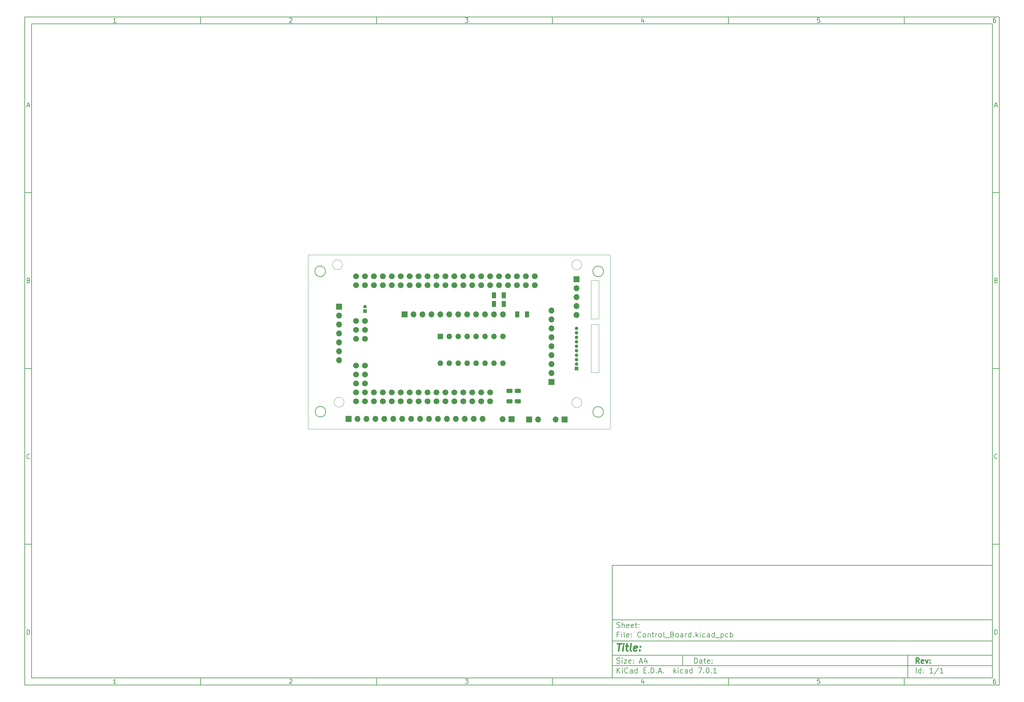
<source format=gbr>
%TF.GenerationSoftware,KiCad,Pcbnew,7.0.1*%
%TF.CreationDate,2023-11-03T16:51:15+00:00*%
%TF.ProjectId,Control_Board,436f6e74-726f-46c5-9f42-6f6172642e6b,rev?*%
%TF.SameCoordinates,Original*%
%TF.FileFunction,Soldermask,Bot*%
%TF.FilePolarity,Negative*%
%FSLAX45Y45*%
G04 Gerber Fmt 4.5, Leading zero omitted, Abs format (unit mm)*
G04 Created by KiCad (PCBNEW 7.0.1) date 2023-11-03 16:51:15*
%MOMM*%
%LPD*%
G01*
G04 APERTURE LIST*
G04 Aperture macros list*
%AMRoundRect*
0 Rectangle with rounded corners*
0 $1 Rounding radius*
0 $2 $3 $4 $5 $6 $7 $8 $9 X,Y pos of 4 corners*
0 Add a 4 corners polygon primitive as box body*
4,1,4,$2,$3,$4,$5,$6,$7,$8,$9,$2,$3,0*
0 Add four circle primitives for the rounded corners*
1,1,$1+$1,$2,$3*
1,1,$1+$1,$4,$5*
1,1,$1+$1,$6,$7*
1,1,$1+$1,$8,$9*
0 Add four rect primitives between the rounded corners*
20,1,$1+$1,$2,$3,$4,$5,0*
20,1,$1+$1,$4,$5,$6,$7,0*
20,1,$1+$1,$6,$7,$8,$9,0*
20,1,$1+$1,$8,$9,$2,$3,0*%
G04 Aperture macros list end*
%ADD10C,0.100000*%
%ADD11C,0.150000*%
%ADD12C,0.300000*%
%ADD13C,0.400000*%
%ADD14R,1.700000X1.700000*%
%ADD15O,1.700000X1.700000*%
%ADD16R,1.000000X1.000000*%
%ADD17O,1.000000X1.000000*%
%ADD18C,1.676400*%
%ADD19R,1.600000X1.600000*%
%ADD20O,1.600000X1.600000*%
%ADD21RoundRect,0.250000X-0.625000X0.312500X-0.625000X-0.312500X0.625000X-0.312500X0.625000X0.312500X0*%
%ADD22RoundRect,0.250000X-0.375000X-0.625000X0.375000X-0.625000X0.375000X0.625000X-0.375000X0.625000X0*%
%ADD23RoundRect,0.250000X0.625000X-0.312500X0.625000X0.312500X-0.625000X0.312500X-0.625000X-0.312500X0*%
%TA.AperFunction,Profile*%
%ADD24C,0.200000*%
%TD*%
%TA.AperFunction,Profile*%
%ADD25C,0.100000*%
%TD*%
G04 APERTURE END LIST*
D10*
D11*
X17700220Y-16600720D02*
X28500220Y-16600720D01*
X28500220Y-19800720D01*
X17700220Y-19800720D01*
X17700220Y-16600720D01*
D10*
D11*
X1000000Y-1000000D02*
X28700220Y-1000000D01*
X28700220Y-20000720D01*
X1000000Y-20000720D01*
X1000000Y-1000000D01*
D10*
D11*
X1200000Y-1200000D02*
X28500220Y-1200000D01*
X28500220Y-19800720D01*
X1200000Y-19800720D01*
X1200000Y-1200000D01*
D10*
D11*
X6000000Y-1200000D02*
X6000000Y-1000000D01*
D10*
D11*
X11000000Y-1200000D02*
X11000000Y-1000000D01*
D10*
D11*
X16000000Y-1200000D02*
X16000000Y-1000000D01*
D10*
D11*
X21000000Y-1200000D02*
X21000000Y-1000000D01*
D10*
D11*
X26000000Y-1200000D02*
X26000000Y-1000000D01*
D10*
D11*
X3599048Y-1160140D02*
X3524762Y-1160140D01*
X3561905Y-1160140D02*
X3561905Y-1030140D01*
X3561905Y-1030140D02*
X3549524Y-1048712D01*
X3549524Y-1048712D02*
X3537143Y-1061093D01*
X3537143Y-1061093D02*
X3524762Y-1067283D01*
D10*
D11*
X8524762Y-1042521D02*
X8530952Y-1036331D01*
X8530952Y-1036331D02*
X8543333Y-1030140D01*
X8543333Y-1030140D02*
X8574286Y-1030140D01*
X8574286Y-1030140D02*
X8586667Y-1036331D01*
X8586667Y-1036331D02*
X8592857Y-1042521D01*
X8592857Y-1042521D02*
X8599048Y-1054902D01*
X8599048Y-1054902D02*
X8599048Y-1067283D01*
X8599048Y-1067283D02*
X8592857Y-1085855D01*
X8592857Y-1085855D02*
X8518571Y-1160140D01*
X8518571Y-1160140D02*
X8599048Y-1160140D01*
D10*
D11*
X13518571Y-1030140D02*
X13599048Y-1030140D01*
X13599048Y-1030140D02*
X13555714Y-1079664D01*
X13555714Y-1079664D02*
X13574286Y-1079664D01*
X13574286Y-1079664D02*
X13586667Y-1085855D01*
X13586667Y-1085855D02*
X13592857Y-1092045D01*
X13592857Y-1092045D02*
X13599048Y-1104426D01*
X13599048Y-1104426D02*
X13599048Y-1135379D01*
X13599048Y-1135379D02*
X13592857Y-1147760D01*
X13592857Y-1147760D02*
X13586667Y-1153950D01*
X13586667Y-1153950D02*
X13574286Y-1160140D01*
X13574286Y-1160140D02*
X13537143Y-1160140D01*
X13537143Y-1160140D02*
X13524762Y-1153950D01*
X13524762Y-1153950D02*
X13518571Y-1147760D01*
D10*
D11*
X18586667Y-1073474D02*
X18586667Y-1160140D01*
X18555714Y-1023950D02*
X18524762Y-1116807D01*
X18524762Y-1116807D02*
X18605238Y-1116807D01*
D10*
D11*
X23592857Y-1030140D02*
X23530952Y-1030140D01*
X23530952Y-1030140D02*
X23524762Y-1092045D01*
X23524762Y-1092045D02*
X23530952Y-1085855D01*
X23530952Y-1085855D02*
X23543333Y-1079664D01*
X23543333Y-1079664D02*
X23574286Y-1079664D01*
X23574286Y-1079664D02*
X23586667Y-1085855D01*
X23586667Y-1085855D02*
X23592857Y-1092045D01*
X23592857Y-1092045D02*
X23599048Y-1104426D01*
X23599048Y-1104426D02*
X23599048Y-1135379D01*
X23599048Y-1135379D02*
X23592857Y-1147760D01*
X23592857Y-1147760D02*
X23586667Y-1153950D01*
X23586667Y-1153950D02*
X23574286Y-1160140D01*
X23574286Y-1160140D02*
X23543333Y-1160140D01*
X23543333Y-1160140D02*
X23530952Y-1153950D01*
X23530952Y-1153950D02*
X23524762Y-1147760D01*
D10*
D11*
X28586667Y-1030140D02*
X28561905Y-1030140D01*
X28561905Y-1030140D02*
X28549524Y-1036331D01*
X28549524Y-1036331D02*
X28543333Y-1042521D01*
X28543333Y-1042521D02*
X28530952Y-1061093D01*
X28530952Y-1061093D02*
X28524762Y-1085855D01*
X28524762Y-1085855D02*
X28524762Y-1135379D01*
X28524762Y-1135379D02*
X28530952Y-1147760D01*
X28530952Y-1147760D02*
X28537143Y-1153950D01*
X28537143Y-1153950D02*
X28549524Y-1160140D01*
X28549524Y-1160140D02*
X28574286Y-1160140D01*
X28574286Y-1160140D02*
X28586667Y-1153950D01*
X28586667Y-1153950D02*
X28592857Y-1147760D01*
X28592857Y-1147760D02*
X28599048Y-1135379D01*
X28599048Y-1135379D02*
X28599048Y-1104426D01*
X28599048Y-1104426D02*
X28592857Y-1092045D01*
X28592857Y-1092045D02*
X28586667Y-1085855D01*
X28586667Y-1085855D02*
X28574286Y-1079664D01*
X28574286Y-1079664D02*
X28549524Y-1079664D01*
X28549524Y-1079664D02*
X28537143Y-1085855D01*
X28537143Y-1085855D02*
X28530952Y-1092045D01*
X28530952Y-1092045D02*
X28524762Y-1104426D01*
D10*
D11*
X6000000Y-19800720D02*
X6000000Y-20000720D01*
D10*
D11*
X11000000Y-19800720D02*
X11000000Y-20000720D01*
D10*
D11*
X16000000Y-19800720D02*
X16000000Y-20000720D01*
D10*
D11*
X21000000Y-19800720D02*
X21000000Y-20000720D01*
D10*
D11*
X26000000Y-19800720D02*
X26000000Y-20000720D01*
D10*
D11*
X3599048Y-19960860D02*
X3524762Y-19960860D01*
X3561905Y-19960860D02*
X3561905Y-19830860D01*
X3561905Y-19830860D02*
X3549524Y-19849432D01*
X3549524Y-19849432D02*
X3537143Y-19861813D01*
X3537143Y-19861813D02*
X3524762Y-19868003D01*
D10*
D11*
X8524762Y-19843241D02*
X8530952Y-19837051D01*
X8530952Y-19837051D02*
X8543333Y-19830860D01*
X8543333Y-19830860D02*
X8574286Y-19830860D01*
X8574286Y-19830860D02*
X8586667Y-19837051D01*
X8586667Y-19837051D02*
X8592857Y-19843241D01*
X8592857Y-19843241D02*
X8599048Y-19855622D01*
X8599048Y-19855622D02*
X8599048Y-19868003D01*
X8599048Y-19868003D02*
X8592857Y-19886575D01*
X8592857Y-19886575D02*
X8518571Y-19960860D01*
X8518571Y-19960860D02*
X8599048Y-19960860D01*
D10*
D11*
X13518571Y-19830860D02*
X13599048Y-19830860D01*
X13599048Y-19830860D02*
X13555714Y-19880384D01*
X13555714Y-19880384D02*
X13574286Y-19880384D01*
X13574286Y-19880384D02*
X13586667Y-19886575D01*
X13586667Y-19886575D02*
X13592857Y-19892765D01*
X13592857Y-19892765D02*
X13599048Y-19905146D01*
X13599048Y-19905146D02*
X13599048Y-19936099D01*
X13599048Y-19936099D02*
X13592857Y-19948480D01*
X13592857Y-19948480D02*
X13586667Y-19954670D01*
X13586667Y-19954670D02*
X13574286Y-19960860D01*
X13574286Y-19960860D02*
X13537143Y-19960860D01*
X13537143Y-19960860D02*
X13524762Y-19954670D01*
X13524762Y-19954670D02*
X13518571Y-19948480D01*
D10*
D11*
X18586667Y-19874194D02*
X18586667Y-19960860D01*
X18555714Y-19824670D02*
X18524762Y-19917527D01*
X18524762Y-19917527D02*
X18605238Y-19917527D01*
D10*
D11*
X23592857Y-19830860D02*
X23530952Y-19830860D01*
X23530952Y-19830860D02*
X23524762Y-19892765D01*
X23524762Y-19892765D02*
X23530952Y-19886575D01*
X23530952Y-19886575D02*
X23543333Y-19880384D01*
X23543333Y-19880384D02*
X23574286Y-19880384D01*
X23574286Y-19880384D02*
X23586667Y-19886575D01*
X23586667Y-19886575D02*
X23592857Y-19892765D01*
X23592857Y-19892765D02*
X23599048Y-19905146D01*
X23599048Y-19905146D02*
X23599048Y-19936099D01*
X23599048Y-19936099D02*
X23592857Y-19948480D01*
X23592857Y-19948480D02*
X23586667Y-19954670D01*
X23586667Y-19954670D02*
X23574286Y-19960860D01*
X23574286Y-19960860D02*
X23543333Y-19960860D01*
X23543333Y-19960860D02*
X23530952Y-19954670D01*
X23530952Y-19954670D02*
X23524762Y-19948480D01*
D10*
D11*
X28586667Y-19830860D02*
X28561905Y-19830860D01*
X28561905Y-19830860D02*
X28549524Y-19837051D01*
X28549524Y-19837051D02*
X28543333Y-19843241D01*
X28543333Y-19843241D02*
X28530952Y-19861813D01*
X28530952Y-19861813D02*
X28524762Y-19886575D01*
X28524762Y-19886575D02*
X28524762Y-19936099D01*
X28524762Y-19936099D02*
X28530952Y-19948480D01*
X28530952Y-19948480D02*
X28537143Y-19954670D01*
X28537143Y-19954670D02*
X28549524Y-19960860D01*
X28549524Y-19960860D02*
X28574286Y-19960860D01*
X28574286Y-19960860D02*
X28586667Y-19954670D01*
X28586667Y-19954670D02*
X28592857Y-19948480D01*
X28592857Y-19948480D02*
X28599048Y-19936099D01*
X28599048Y-19936099D02*
X28599048Y-19905146D01*
X28599048Y-19905146D02*
X28592857Y-19892765D01*
X28592857Y-19892765D02*
X28586667Y-19886575D01*
X28586667Y-19886575D02*
X28574286Y-19880384D01*
X28574286Y-19880384D02*
X28549524Y-19880384D01*
X28549524Y-19880384D02*
X28537143Y-19886575D01*
X28537143Y-19886575D02*
X28530952Y-19892765D01*
X28530952Y-19892765D02*
X28524762Y-19905146D01*
D10*
D11*
X1000000Y-6000000D02*
X1200000Y-6000000D01*
D10*
D11*
X1000000Y-11000000D02*
X1200000Y-11000000D01*
D10*
D11*
X1000000Y-16000000D02*
X1200000Y-16000000D01*
D10*
D11*
X1069048Y-3522998D02*
X1130952Y-3522998D01*
X1056667Y-3560140D02*
X1100000Y-3430140D01*
X1100000Y-3430140D02*
X1143333Y-3560140D01*
D10*
D11*
X1109286Y-8492045D02*
X1127857Y-8498236D01*
X1127857Y-8498236D02*
X1134048Y-8504426D01*
X1134048Y-8504426D02*
X1140238Y-8516807D01*
X1140238Y-8516807D02*
X1140238Y-8535379D01*
X1140238Y-8535379D02*
X1134048Y-8547760D01*
X1134048Y-8547760D02*
X1127857Y-8553950D01*
X1127857Y-8553950D02*
X1115476Y-8560140D01*
X1115476Y-8560140D02*
X1065952Y-8560140D01*
X1065952Y-8560140D02*
X1065952Y-8430140D01*
X1065952Y-8430140D02*
X1109286Y-8430140D01*
X1109286Y-8430140D02*
X1121667Y-8436331D01*
X1121667Y-8436331D02*
X1127857Y-8442521D01*
X1127857Y-8442521D02*
X1134048Y-8454902D01*
X1134048Y-8454902D02*
X1134048Y-8467283D01*
X1134048Y-8467283D02*
X1127857Y-8479664D01*
X1127857Y-8479664D02*
X1121667Y-8485855D01*
X1121667Y-8485855D02*
X1109286Y-8492045D01*
X1109286Y-8492045D02*
X1065952Y-8492045D01*
D10*
D11*
X1140238Y-13547759D02*
X1134048Y-13553950D01*
X1134048Y-13553950D02*
X1115476Y-13560140D01*
X1115476Y-13560140D02*
X1103095Y-13560140D01*
X1103095Y-13560140D02*
X1084524Y-13553950D01*
X1084524Y-13553950D02*
X1072143Y-13541569D01*
X1072143Y-13541569D02*
X1065952Y-13529188D01*
X1065952Y-13529188D02*
X1059762Y-13504426D01*
X1059762Y-13504426D02*
X1059762Y-13485855D01*
X1059762Y-13485855D02*
X1065952Y-13461093D01*
X1065952Y-13461093D02*
X1072143Y-13448712D01*
X1072143Y-13448712D02*
X1084524Y-13436331D01*
X1084524Y-13436331D02*
X1103095Y-13430140D01*
X1103095Y-13430140D02*
X1115476Y-13430140D01*
X1115476Y-13430140D02*
X1134048Y-13436331D01*
X1134048Y-13436331D02*
X1140238Y-13442521D01*
D10*
D11*
X1065952Y-18560140D02*
X1065952Y-18430140D01*
X1065952Y-18430140D02*
X1096905Y-18430140D01*
X1096905Y-18430140D02*
X1115476Y-18436331D01*
X1115476Y-18436331D02*
X1127857Y-18448712D01*
X1127857Y-18448712D02*
X1134048Y-18461093D01*
X1134048Y-18461093D02*
X1140238Y-18485855D01*
X1140238Y-18485855D02*
X1140238Y-18504426D01*
X1140238Y-18504426D02*
X1134048Y-18529188D01*
X1134048Y-18529188D02*
X1127857Y-18541569D01*
X1127857Y-18541569D02*
X1115476Y-18553950D01*
X1115476Y-18553950D02*
X1096905Y-18560140D01*
X1096905Y-18560140D02*
X1065952Y-18560140D01*
D10*
D11*
X28700220Y-6000000D02*
X28500220Y-6000000D01*
D10*
D11*
X28700220Y-11000000D02*
X28500220Y-11000000D01*
D10*
D11*
X28700220Y-16000000D02*
X28500220Y-16000000D01*
D10*
D11*
X28569268Y-3522998D02*
X28631172Y-3522998D01*
X28556887Y-3560140D02*
X28600220Y-3430140D01*
X28600220Y-3430140D02*
X28643553Y-3560140D01*
D10*
D11*
X28609506Y-8492045D02*
X28628077Y-8498236D01*
X28628077Y-8498236D02*
X28634268Y-8504426D01*
X28634268Y-8504426D02*
X28640458Y-8516807D01*
X28640458Y-8516807D02*
X28640458Y-8535379D01*
X28640458Y-8535379D02*
X28634268Y-8547760D01*
X28634268Y-8547760D02*
X28628077Y-8553950D01*
X28628077Y-8553950D02*
X28615696Y-8560140D01*
X28615696Y-8560140D02*
X28566172Y-8560140D01*
X28566172Y-8560140D02*
X28566172Y-8430140D01*
X28566172Y-8430140D02*
X28609506Y-8430140D01*
X28609506Y-8430140D02*
X28621887Y-8436331D01*
X28621887Y-8436331D02*
X28628077Y-8442521D01*
X28628077Y-8442521D02*
X28634268Y-8454902D01*
X28634268Y-8454902D02*
X28634268Y-8467283D01*
X28634268Y-8467283D02*
X28628077Y-8479664D01*
X28628077Y-8479664D02*
X28621887Y-8485855D01*
X28621887Y-8485855D02*
X28609506Y-8492045D01*
X28609506Y-8492045D02*
X28566172Y-8492045D01*
D10*
D11*
X28640458Y-13547759D02*
X28634268Y-13553950D01*
X28634268Y-13553950D02*
X28615696Y-13560140D01*
X28615696Y-13560140D02*
X28603315Y-13560140D01*
X28603315Y-13560140D02*
X28584744Y-13553950D01*
X28584744Y-13553950D02*
X28572363Y-13541569D01*
X28572363Y-13541569D02*
X28566172Y-13529188D01*
X28566172Y-13529188D02*
X28559982Y-13504426D01*
X28559982Y-13504426D02*
X28559982Y-13485855D01*
X28559982Y-13485855D02*
X28566172Y-13461093D01*
X28566172Y-13461093D02*
X28572363Y-13448712D01*
X28572363Y-13448712D02*
X28584744Y-13436331D01*
X28584744Y-13436331D02*
X28603315Y-13430140D01*
X28603315Y-13430140D02*
X28615696Y-13430140D01*
X28615696Y-13430140D02*
X28634268Y-13436331D01*
X28634268Y-13436331D02*
X28640458Y-13442521D01*
D10*
D11*
X28566172Y-18560140D02*
X28566172Y-18430140D01*
X28566172Y-18430140D02*
X28597125Y-18430140D01*
X28597125Y-18430140D02*
X28615696Y-18436331D01*
X28615696Y-18436331D02*
X28628077Y-18448712D01*
X28628077Y-18448712D02*
X28634268Y-18461093D01*
X28634268Y-18461093D02*
X28640458Y-18485855D01*
X28640458Y-18485855D02*
X28640458Y-18504426D01*
X28640458Y-18504426D02*
X28634268Y-18529188D01*
X28634268Y-18529188D02*
X28628077Y-18541569D01*
X28628077Y-18541569D02*
X28615696Y-18553950D01*
X28615696Y-18553950D02*
X28597125Y-18560140D01*
X28597125Y-18560140D02*
X28566172Y-18560140D01*
D10*
D11*
X20035934Y-19380113D02*
X20035934Y-19230113D01*
X20035934Y-19230113D02*
X20071649Y-19230113D01*
X20071649Y-19230113D02*
X20093077Y-19237256D01*
X20093077Y-19237256D02*
X20107363Y-19251541D01*
X20107363Y-19251541D02*
X20114506Y-19265827D01*
X20114506Y-19265827D02*
X20121649Y-19294399D01*
X20121649Y-19294399D02*
X20121649Y-19315827D01*
X20121649Y-19315827D02*
X20114506Y-19344399D01*
X20114506Y-19344399D02*
X20107363Y-19358684D01*
X20107363Y-19358684D02*
X20093077Y-19372970D01*
X20093077Y-19372970D02*
X20071649Y-19380113D01*
X20071649Y-19380113D02*
X20035934Y-19380113D01*
X20250220Y-19380113D02*
X20250220Y-19301541D01*
X20250220Y-19301541D02*
X20243077Y-19287256D01*
X20243077Y-19287256D02*
X20228791Y-19280113D01*
X20228791Y-19280113D02*
X20200220Y-19280113D01*
X20200220Y-19280113D02*
X20185934Y-19287256D01*
X20250220Y-19372970D02*
X20235934Y-19380113D01*
X20235934Y-19380113D02*
X20200220Y-19380113D01*
X20200220Y-19380113D02*
X20185934Y-19372970D01*
X20185934Y-19372970D02*
X20178791Y-19358684D01*
X20178791Y-19358684D02*
X20178791Y-19344399D01*
X20178791Y-19344399D02*
X20185934Y-19330113D01*
X20185934Y-19330113D02*
X20200220Y-19322970D01*
X20200220Y-19322970D02*
X20235934Y-19322970D01*
X20235934Y-19322970D02*
X20250220Y-19315827D01*
X20300220Y-19280113D02*
X20357363Y-19280113D01*
X20321649Y-19230113D02*
X20321649Y-19358684D01*
X20321649Y-19358684D02*
X20328791Y-19372970D01*
X20328791Y-19372970D02*
X20343077Y-19380113D01*
X20343077Y-19380113D02*
X20357363Y-19380113D01*
X20464506Y-19372970D02*
X20450220Y-19380113D01*
X20450220Y-19380113D02*
X20421649Y-19380113D01*
X20421649Y-19380113D02*
X20407363Y-19372970D01*
X20407363Y-19372970D02*
X20400220Y-19358684D01*
X20400220Y-19358684D02*
X20400220Y-19301541D01*
X20400220Y-19301541D02*
X20407363Y-19287256D01*
X20407363Y-19287256D02*
X20421649Y-19280113D01*
X20421649Y-19280113D02*
X20450220Y-19280113D01*
X20450220Y-19280113D02*
X20464506Y-19287256D01*
X20464506Y-19287256D02*
X20471649Y-19301541D01*
X20471649Y-19301541D02*
X20471649Y-19315827D01*
X20471649Y-19315827D02*
X20400220Y-19330113D01*
X20535934Y-19365827D02*
X20543077Y-19372970D01*
X20543077Y-19372970D02*
X20535934Y-19380113D01*
X20535934Y-19380113D02*
X20528791Y-19372970D01*
X20528791Y-19372970D02*
X20535934Y-19365827D01*
X20535934Y-19365827D02*
X20535934Y-19380113D01*
X20535934Y-19287256D02*
X20543077Y-19294399D01*
X20543077Y-19294399D02*
X20535934Y-19301541D01*
X20535934Y-19301541D02*
X20528791Y-19294399D01*
X20528791Y-19294399D02*
X20535934Y-19287256D01*
X20535934Y-19287256D02*
X20535934Y-19301541D01*
D10*
D11*
X17700220Y-19450720D02*
X28500220Y-19450720D01*
D10*
D11*
X17835934Y-19660113D02*
X17835934Y-19510113D01*
X17921649Y-19660113D02*
X17857363Y-19574399D01*
X17921649Y-19510113D02*
X17835934Y-19595827D01*
X17985934Y-19660113D02*
X17985934Y-19560113D01*
X17985934Y-19510113D02*
X17978791Y-19517256D01*
X17978791Y-19517256D02*
X17985934Y-19524399D01*
X17985934Y-19524399D02*
X17993077Y-19517256D01*
X17993077Y-19517256D02*
X17985934Y-19510113D01*
X17985934Y-19510113D02*
X17985934Y-19524399D01*
X18143077Y-19645827D02*
X18135934Y-19652970D01*
X18135934Y-19652970D02*
X18114506Y-19660113D01*
X18114506Y-19660113D02*
X18100220Y-19660113D01*
X18100220Y-19660113D02*
X18078791Y-19652970D01*
X18078791Y-19652970D02*
X18064506Y-19638684D01*
X18064506Y-19638684D02*
X18057363Y-19624399D01*
X18057363Y-19624399D02*
X18050220Y-19595827D01*
X18050220Y-19595827D02*
X18050220Y-19574399D01*
X18050220Y-19574399D02*
X18057363Y-19545827D01*
X18057363Y-19545827D02*
X18064506Y-19531541D01*
X18064506Y-19531541D02*
X18078791Y-19517256D01*
X18078791Y-19517256D02*
X18100220Y-19510113D01*
X18100220Y-19510113D02*
X18114506Y-19510113D01*
X18114506Y-19510113D02*
X18135934Y-19517256D01*
X18135934Y-19517256D02*
X18143077Y-19524399D01*
X18271649Y-19660113D02*
X18271649Y-19581541D01*
X18271649Y-19581541D02*
X18264506Y-19567256D01*
X18264506Y-19567256D02*
X18250220Y-19560113D01*
X18250220Y-19560113D02*
X18221649Y-19560113D01*
X18221649Y-19560113D02*
X18207363Y-19567256D01*
X18271649Y-19652970D02*
X18257363Y-19660113D01*
X18257363Y-19660113D02*
X18221649Y-19660113D01*
X18221649Y-19660113D02*
X18207363Y-19652970D01*
X18207363Y-19652970D02*
X18200220Y-19638684D01*
X18200220Y-19638684D02*
X18200220Y-19624399D01*
X18200220Y-19624399D02*
X18207363Y-19610113D01*
X18207363Y-19610113D02*
X18221649Y-19602970D01*
X18221649Y-19602970D02*
X18257363Y-19602970D01*
X18257363Y-19602970D02*
X18271649Y-19595827D01*
X18407363Y-19660113D02*
X18407363Y-19510113D01*
X18407363Y-19652970D02*
X18393077Y-19660113D01*
X18393077Y-19660113D02*
X18364506Y-19660113D01*
X18364506Y-19660113D02*
X18350220Y-19652970D01*
X18350220Y-19652970D02*
X18343077Y-19645827D01*
X18343077Y-19645827D02*
X18335934Y-19631541D01*
X18335934Y-19631541D02*
X18335934Y-19588684D01*
X18335934Y-19588684D02*
X18343077Y-19574399D01*
X18343077Y-19574399D02*
X18350220Y-19567256D01*
X18350220Y-19567256D02*
X18364506Y-19560113D01*
X18364506Y-19560113D02*
X18393077Y-19560113D01*
X18393077Y-19560113D02*
X18407363Y-19567256D01*
X18593077Y-19581541D02*
X18643077Y-19581541D01*
X18664506Y-19660113D02*
X18593077Y-19660113D01*
X18593077Y-19660113D02*
X18593077Y-19510113D01*
X18593077Y-19510113D02*
X18664506Y-19510113D01*
X18728791Y-19645827D02*
X18735934Y-19652970D01*
X18735934Y-19652970D02*
X18728791Y-19660113D01*
X18728791Y-19660113D02*
X18721649Y-19652970D01*
X18721649Y-19652970D02*
X18728791Y-19645827D01*
X18728791Y-19645827D02*
X18728791Y-19660113D01*
X18800220Y-19660113D02*
X18800220Y-19510113D01*
X18800220Y-19510113D02*
X18835934Y-19510113D01*
X18835934Y-19510113D02*
X18857363Y-19517256D01*
X18857363Y-19517256D02*
X18871649Y-19531541D01*
X18871649Y-19531541D02*
X18878792Y-19545827D01*
X18878792Y-19545827D02*
X18885934Y-19574399D01*
X18885934Y-19574399D02*
X18885934Y-19595827D01*
X18885934Y-19595827D02*
X18878792Y-19624399D01*
X18878792Y-19624399D02*
X18871649Y-19638684D01*
X18871649Y-19638684D02*
X18857363Y-19652970D01*
X18857363Y-19652970D02*
X18835934Y-19660113D01*
X18835934Y-19660113D02*
X18800220Y-19660113D01*
X18950220Y-19645827D02*
X18957363Y-19652970D01*
X18957363Y-19652970D02*
X18950220Y-19660113D01*
X18950220Y-19660113D02*
X18943077Y-19652970D01*
X18943077Y-19652970D02*
X18950220Y-19645827D01*
X18950220Y-19645827D02*
X18950220Y-19660113D01*
X19014506Y-19617256D02*
X19085934Y-19617256D01*
X19000220Y-19660113D02*
X19050220Y-19510113D01*
X19050220Y-19510113D02*
X19100220Y-19660113D01*
X19150220Y-19645827D02*
X19157363Y-19652970D01*
X19157363Y-19652970D02*
X19150220Y-19660113D01*
X19150220Y-19660113D02*
X19143077Y-19652970D01*
X19143077Y-19652970D02*
X19150220Y-19645827D01*
X19150220Y-19645827D02*
X19150220Y-19660113D01*
X19450220Y-19660113D02*
X19450220Y-19510113D01*
X19464506Y-19602970D02*
X19507363Y-19660113D01*
X19507363Y-19560113D02*
X19450220Y-19617256D01*
X19571649Y-19660113D02*
X19571649Y-19560113D01*
X19571649Y-19510113D02*
X19564506Y-19517256D01*
X19564506Y-19517256D02*
X19571649Y-19524399D01*
X19571649Y-19524399D02*
X19578792Y-19517256D01*
X19578792Y-19517256D02*
X19571649Y-19510113D01*
X19571649Y-19510113D02*
X19571649Y-19524399D01*
X19707363Y-19652970D02*
X19693077Y-19660113D01*
X19693077Y-19660113D02*
X19664506Y-19660113D01*
X19664506Y-19660113D02*
X19650220Y-19652970D01*
X19650220Y-19652970D02*
X19643077Y-19645827D01*
X19643077Y-19645827D02*
X19635934Y-19631541D01*
X19635934Y-19631541D02*
X19635934Y-19588684D01*
X19635934Y-19588684D02*
X19643077Y-19574399D01*
X19643077Y-19574399D02*
X19650220Y-19567256D01*
X19650220Y-19567256D02*
X19664506Y-19560113D01*
X19664506Y-19560113D02*
X19693077Y-19560113D01*
X19693077Y-19560113D02*
X19707363Y-19567256D01*
X19835934Y-19660113D02*
X19835934Y-19581541D01*
X19835934Y-19581541D02*
X19828792Y-19567256D01*
X19828792Y-19567256D02*
X19814506Y-19560113D01*
X19814506Y-19560113D02*
X19785934Y-19560113D01*
X19785934Y-19560113D02*
X19771649Y-19567256D01*
X19835934Y-19652970D02*
X19821649Y-19660113D01*
X19821649Y-19660113D02*
X19785934Y-19660113D01*
X19785934Y-19660113D02*
X19771649Y-19652970D01*
X19771649Y-19652970D02*
X19764506Y-19638684D01*
X19764506Y-19638684D02*
X19764506Y-19624399D01*
X19764506Y-19624399D02*
X19771649Y-19610113D01*
X19771649Y-19610113D02*
X19785934Y-19602970D01*
X19785934Y-19602970D02*
X19821649Y-19602970D01*
X19821649Y-19602970D02*
X19835934Y-19595827D01*
X19971649Y-19660113D02*
X19971649Y-19510113D01*
X19971649Y-19652970D02*
X19957363Y-19660113D01*
X19957363Y-19660113D02*
X19928792Y-19660113D01*
X19928792Y-19660113D02*
X19914506Y-19652970D01*
X19914506Y-19652970D02*
X19907363Y-19645827D01*
X19907363Y-19645827D02*
X19900220Y-19631541D01*
X19900220Y-19631541D02*
X19900220Y-19588684D01*
X19900220Y-19588684D02*
X19907363Y-19574399D01*
X19907363Y-19574399D02*
X19914506Y-19567256D01*
X19914506Y-19567256D02*
X19928792Y-19560113D01*
X19928792Y-19560113D02*
X19957363Y-19560113D01*
X19957363Y-19560113D02*
X19971649Y-19567256D01*
X20143077Y-19510113D02*
X20243077Y-19510113D01*
X20243077Y-19510113D02*
X20178792Y-19660113D01*
X20300220Y-19645827D02*
X20307363Y-19652970D01*
X20307363Y-19652970D02*
X20300220Y-19660113D01*
X20300220Y-19660113D02*
X20293077Y-19652970D01*
X20293077Y-19652970D02*
X20300220Y-19645827D01*
X20300220Y-19645827D02*
X20300220Y-19660113D01*
X20400220Y-19510113D02*
X20414506Y-19510113D01*
X20414506Y-19510113D02*
X20428792Y-19517256D01*
X20428792Y-19517256D02*
X20435934Y-19524399D01*
X20435934Y-19524399D02*
X20443077Y-19538684D01*
X20443077Y-19538684D02*
X20450220Y-19567256D01*
X20450220Y-19567256D02*
X20450220Y-19602970D01*
X20450220Y-19602970D02*
X20443077Y-19631541D01*
X20443077Y-19631541D02*
X20435934Y-19645827D01*
X20435934Y-19645827D02*
X20428792Y-19652970D01*
X20428792Y-19652970D02*
X20414506Y-19660113D01*
X20414506Y-19660113D02*
X20400220Y-19660113D01*
X20400220Y-19660113D02*
X20385934Y-19652970D01*
X20385934Y-19652970D02*
X20378792Y-19645827D01*
X20378792Y-19645827D02*
X20371649Y-19631541D01*
X20371649Y-19631541D02*
X20364506Y-19602970D01*
X20364506Y-19602970D02*
X20364506Y-19567256D01*
X20364506Y-19567256D02*
X20371649Y-19538684D01*
X20371649Y-19538684D02*
X20378792Y-19524399D01*
X20378792Y-19524399D02*
X20385934Y-19517256D01*
X20385934Y-19517256D02*
X20400220Y-19510113D01*
X20514506Y-19645827D02*
X20521649Y-19652970D01*
X20521649Y-19652970D02*
X20514506Y-19660113D01*
X20514506Y-19660113D02*
X20507363Y-19652970D01*
X20507363Y-19652970D02*
X20514506Y-19645827D01*
X20514506Y-19645827D02*
X20514506Y-19660113D01*
X20664506Y-19660113D02*
X20578792Y-19660113D01*
X20621649Y-19660113D02*
X20621649Y-19510113D01*
X20621649Y-19510113D02*
X20607363Y-19531541D01*
X20607363Y-19531541D02*
X20593077Y-19545827D01*
X20593077Y-19545827D02*
X20578792Y-19552970D01*
D10*
D11*
X17700220Y-19150720D02*
X28500220Y-19150720D01*
D10*
D12*
X26421648Y-19380113D02*
X26371648Y-19308684D01*
X26335934Y-19380113D02*
X26335934Y-19230113D01*
X26335934Y-19230113D02*
X26393077Y-19230113D01*
X26393077Y-19230113D02*
X26407363Y-19237256D01*
X26407363Y-19237256D02*
X26414506Y-19244399D01*
X26414506Y-19244399D02*
X26421648Y-19258684D01*
X26421648Y-19258684D02*
X26421648Y-19280113D01*
X26421648Y-19280113D02*
X26414506Y-19294399D01*
X26414506Y-19294399D02*
X26407363Y-19301541D01*
X26407363Y-19301541D02*
X26393077Y-19308684D01*
X26393077Y-19308684D02*
X26335934Y-19308684D01*
X26543077Y-19372970D02*
X26528791Y-19380113D01*
X26528791Y-19380113D02*
X26500220Y-19380113D01*
X26500220Y-19380113D02*
X26485934Y-19372970D01*
X26485934Y-19372970D02*
X26478791Y-19358684D01*
X26478791Y-19358684D02*
X26478791Y-19301541D01*
X26478791Y-19301541D02*
X26485934Y-19287256D01*
X26485934Y-19287256D02*
X26500220Y-19280113D01*
X26500220Y-19280113D02*
X26528791Y-19280113D01*
X26528791Y-19280113D02*
X26543077Y-19287256D01*
X26543077Y-19287256D02*
X26550220Y-19301541D01*
X26550220Y-19301541D02*
X26550220Y-19315827D01*
X26550220Y-19315827D02*
X26478791Y-19330113D01*
X26600220Y-19280113D02*
X26635934Y-19380113D01*
X26635934Y-19380113D02*
X26671648Y-19280113D01*
X26728791Y-19365827D02*
X26735934Y-19372970D01*
X26735934Y-19372970D02*
X26728791Y-19380113D01*
X26728791Y-19380113D02*
X26721648Y-19372970D01*
X26721648Y-19372970D02*
X26728791Y-19365827D01*
X26728791Y-19365827D02*
X26728791Y-19380113D01*
X26728791Y-19287256D02*
X26735934Y-19294399D01*
X26735934Y-19294399D02*
X26728791Y-19301541D01*
X26728791Y-19301541D02*
X26721648Y-19294399D01*
X26721648Y-19294399D02*
X26728791Y-19287256D01*
X26728791Y-19287256D02*
X26728791Y-19301541D01*
D10*
D11*
X17828791Y-19372970D02*
X17850220Y-19380113D01*
X17850220Y-19380113D02*
X17885934Y-19380113D01*
X17885934Y-19380113D02*
X17900220Y-19372970D01*
X17900220Y-19372970D02*
X17907363Y-19365827D01*
X17907363Y-19365827D02*
X17914506Y-19351541D01*
X17914506Y-19351541D02*
X17914506Y-19337256D01*
X17914506Y-19337256D02*
X17907363Y-19322970D01*
X17907363Y-19322970D02*
X17900220Y-19315827D01*
X17900220Y-19315827D02*
X17885934Y-19308684D01*
X17885934Y-19308684D02*
X17857363Y-19301541D01*
X17857363Y-19301541D02*
X17843077Y-19294399D01*
X17843077Y-19294399D02*
X17835934Y-19287256D01*
X17835934Y-19287256D02*
X17828791Y-19272970D01*
X17828791Y-19272970D02*
X17828791Y-19258684D01*
X17828791Y-19258684D02*
X17835934Y-19244399D01*
X17835934Y-19244399D02*
X17843077Y-19237256D01*
X17843077Y-19237256D02*
X17857363Y-19230113D01*
X17857363Y-19230113D02*
X17893077Y-19230113D01*
X17893077Y-19230113D02*
X17914506Y-19237256D01*
X17978791Y-19380113D02*
X17978791Y-19280113D01*
X17978791Y-19230113D02*
X17971649Y-19237256D01*
X17971649Y-19237256D02*
X17978791Y-19244399D01*
X17978791Y-19244399D02*
X17985934Y-19237256D01*
X17985934Y-19237256D02*
X17978791Y-19230113D01*
X17978791Y-19230113D02*
X17978791Y-19244399D01*
X18035934Y-19280113D02*
X18114506Y-19280113D01*
X18114506Y-19280113D02*
X18035934Y-19380113D01*
X18035934Y-19380113D02*
X18114506Y-19380113D01*
X18228791Y-19372970D02*
X18214506Y-19380113D01*
X18214506Y-19380113D02*
X18185934Y-19380113D01*
X18185934Y-19380113D02*
X18171649Y-19372970D01*
X18171649Y-19372970D02*
X18164506Y-19358684D01*
X18164506Y-19358684D02*
X18164506Y-19301541D01*
X18164506Y-19301541D02*
X18171649Y-19287256D01*
X18171649Y-19287256D02*
X18185934Y-19280113D01*
X18185934Y-19280113D02*
X18214506Y-19280113D01*
X18214506Y-19280113D02*
X18228791Y-19287256D01*
X18228791Y-19287256D02*
X18235934Y-19301541D01*
X18235934Y-19301541D02*
X18235934Y-19315827D01*
X18235934Y-19315827D02*
X18164506Y-19330113D01*
X18300220Y-19365827D02*
X18307363Y-19372970D01*
X18307363Y-19372970D02*
X18300220Y-19380113D01*
X18300220Y-19380113D02*
X18293077Y-19372970D01*
X18293077Y-19372970D02*
X18300220Y-19365827D01*
X18300220Y-19365827D02*
X18300220Y-19380113D01*
X18300220Y-19287256D02*
X18307363Y-19294399D01*
X18307363Y-19294399D02*
X18300220Y-19301541D01*
X18300220Y-19301541D02*
X18293077Y-19294399D01*
X18293077Y-19294399D02*
X18300220Y-19287256D01*
X18300220Y-19287256D02*
X18300220Y-19301541D01*
X18478791Y-19337256D02*
X18550220Y-19337256D01*
X18464506Y-19380113D02*
X18514506Y-19230113D01*
X18514506Y-19230113D02*
X18564506Y-19380113D01*
X18678791Y-19280113D02*
X18678791Y-19380113D01*
X18643077Y-19222970D02*
X18607363Y-19330113D01*
X18607363Y-19330113D02*
X18700220Y-19330113D01*
D10*
D11*
X26335934Y-19660113D02*
X26335934Y-19510113D01*
X26471649Y-19660113D02*
X26471649Y-19510113D01*
X26471649Y-19652970D02*
X26457363Y-19660113D01*
X26457363Y-19660113D02*
X26428791Y-19660113D01*
X26428791Y-19660113D02*
X26414506Y-19652970D01*
X26414506Y-19652970D02*
X26407363Y-19645827D01*
X26407363Y-19645827D02*
X26400220Y-19631541D01*
X26400220Y-19631541D02*
X26400220Y-19588684D01*
X26400220Y-19588684D02*
X26407363Y-19574399D01*
X26407363Y-19574399D02*
X26414506Y-19567256D01*
X26414506Y-19567256D02*
X26428791Y-19560113D01*
X26428791Y-19560113D02*
X26457363Y-19560113D01*
X26457363Y-19560113D02*
X26471649Y-19567256D01*
X26543077Y-19645827D02*
X26550220Y-19652970D01*
X26550220Y-19652970D02*
X26543077Y-19660113D01*
X26543077Y-19660113D02*
X26535934Y-19652970D01*
X26535934Y-19652970D02*
X26543077Y-19645827D01*
X26543077Y-19645827D02*
X26543077Y-19660113D01*
X26543077Y-19567256D02*
X26550220Y-19574399D01*
X26550220Y-19574399D02*
X26543077Y-19581541D01*
X26543077Y-19581541D02*
X26535934Y-19574399D01*
X26535934Y-19574399D02*
X26543077Y-19567256D01*
X26543077Y-19567256D02*
X26543077Y-19581541D01*
X26807363Y-19660113D02*
X26721649Y-19660113D01*
X26764506Y-19660113D02*
X26764506Y-19510113D01*
X26764506Y-19510113D02*
X26750220Y-19531541D01*
X26750220Y-19531541D02*
X26735934Y-19545827D01*
X26735934Y-19545827D02*
X26721649Y-19552970D01*
X26978791Y-19502970D02*
X26850220Y-19695827D01*
X27107363Y-19660113D02*
X27021649Y-19660113D01*
X27064506Y-19660113D02*
X27064506Y-19510113D01*
X27064506Y-19510113D02*
X27050220Y-19531541D01*
X27050220Y-19531541D02*
X27035934Y-19545827D01*
X27035934Y-19545827D02*
X27021649Y-19552970D01*
D10*
D11*
X17700220Y-18750720D02*
X28500220Y-18750720D01*
D10*
D13*
X17843077Y-18823244D02*
X17957363Y-18823244D01*
X17875220Y-19023244D02*
X17900220Y-18823244D01*
X17997839Y-19023244D02*
X18014506Y-18889910D01*
X18022839Y-18823244D02*
X18012125Y-18832768D01*
X18012125Y-18832768D02*
X18020458Y-18842291D01*
X18020458Y-18842291D02*
X18031172Y-18832768D01*
X18031172Y-18832768D02*
X18022839Y-18823244D01*
X18022839Y-18823244D02*
X18020458Y-18842291D01*
X18079982Y-18889910D02*
X18156172Y-18889910D01*
X18116887Y-18823244D02*
X18095458Y-18994672D01*
X18095458Y-18994672D02*
X18102601Y-19013720D01*
X18102601Y-19013720D02*
X18120458Y-19023244D01*
X18120458Y-19023244D02*
X18139506Y-19023244D01*
X18233553Y-19023244D02*
X18215696Y-19013720D01*
X18215696Y-19013720D02*
X18208553Y-18994672D01*
X18208553Y-18994672D02*
X18229982Y-18823244D01*
X18385934Y-19013720D02*
X18365696Y-19023244D01*
X18365696Y-19023244D02*
X18327601Y-19023244D01*
X18327601Y-19023244D02*
X18309744Y-19013720D01*
X18309744Y-19013720D02*
X18302601Y-18994672D01*
X18302601Y-18994672D02*
X18312125Y-18918482D01*
X18312125Y-18918482D02*
X18324029Y-18899434D01*
X18324029Y-18899434D02*
X18344268Y-18889910D01*
X18344268Y-18889910D02*
X18382363Y-18889910D01*
X18382363Y-18889910D02*
X18400220Y-18899434D01*
X18400220Y-18899434D02*
X18407363Y-18918482D01*
X18407363Y-18918482D02*
X18404982Y-18937530D01*
X18404982Y-18937530D02*
X18307363Y-18956577D01*
X18481172Y-19004196D02*
X18489506Y-19013720D01*
X18489506Y-19013720D02*
X18478791Y-19023244D01*
X18478791Y-19023244D02*
X18470458Y-19013720D01*
X18470458Y-19013720D02*
X18481172Y-19004196D01*
X18481172Y-19004196D02*
X18478791Y-19023244D01*
X18494268Y-18899434D02*
X18502601Y-18908958D01*
X18502601Y-18908958D02*
X18491887Y-18918482D01*
X18491887Y-18918482D02*
X18483553Y-18908958D01*
X18483553Y-18908958D02*
X18494268Y-18899434D01*
X18494268Y-18899434D02*
X18491887Y-18918482D01*
D10*
D11*
X17885934Y-18561541D02*
X17835934Y-18561541D01*
X17835934Y-18640113D02*
X17835934Y-18490113D01*
X17835934Y-18490113D02*
X17907363Y-18490113D01*
X17964506Y-18640113D02*
X17964506Y-18540113D01*
X17964506Y-18490113D02*
X17957363Y-18497256D01*
X17957363Y-18497256D02*
X17964506Y-18504399D01*
X17964506Y-18504399D02*
X17971649Y-18497256D01*
X17971649Y-18497256D02*
X17964506Y-18490113D01*
X17964506Y-18490113D02*
X17964506Y-18504399D01*
X18057363Y-18640113D02*
X18043077Y-18632970D01*
X18043077Y-18632970D02*
X18035934Y-18618684D01*
X18035934Y-18618684D02*
X18035934Y-18490113D01*
X18171649Y-18632970D02*
X18157363Y-18640113D01*
X18157363Y-18640113D02*
X18128791Y-18640113D01*
X18128791Y-18640113D02*
X18114506Y-18632970D01*
X18114506Y-18632970D02*
X18107363Y-18618684D01*
X18107363Y-18618684D02*
X18107363Y-18561541D01*
X18107363Y-18561541D02*
X18114506Y-18547256D01*
X18114506Y-18547256D02*
X18128791Y-18540113D01*
X18128791Y-18540113D02*
X18157363Y-18540113D01*
X18157363Y-18540113D02*
X18171649Y-18547256D01*
X18171649Y-18547256D02*
X18178791Y-18561541D01*
X18178791Y-18561541D02*
X18178791Y-18575827D01*
X18178791Y-18575827D02*
X18107363Y-18590113D01*
X18243077Y-18625827D02*
X18250220Y-18632970D01*
X18250220Y-18632970D02*
X18243077Y-18640113D01*
X18243077Y-18640113D02*
X18235934Y-18632970D01*
X18235934Y-18632970D02*
X18243077Y-18625827D01*
X18243077Y-18625827D02*
X18243077Y-18640113D01*
X18243077Y-18547256D02*
X18250220Y-18554399D01*
X18250220Y-18554399D02*
X18243077Y-18561541D01*
X18243077Y-18561541D02*
X18235934Y-18554399D01*
X18235934Y-18554399D02*
X18243077Y-18547256D01*
X18243077Y-18547256D02*
X18243077Y-18561541D01*
X18514506Y-18625827D02*
X18507363Y-18632970D01*
X18507363Y-18632970D02*
X18485934Y-18640113D01*
X18485934Y-18640113D02*
X18471649Y-18640113D01*
X18471649Y-18640113D02*
X18450220Y-18632970D01*
X18450220Y-18632970D02*
X18435934Y-18618684D01*
X18435934Y-18618684D02*
X18428791Y-18604399D01*
X18428791Y-18604399D02*
X18421649Y-18575827D01*
X18421649Y-18575827D02*
X18421649Y-18554399D01*
X18421649Y-18554399D02*
X18428791Y-18525827D01*
X18428791Y-18525827D02*
X18435934Y-18511541D01*
X18435934Y-18511541D02*
X18450220Y-18497256D01*
X18450220Y-18497256D02*
X18471649Y-18490113D01*
X18471649Y-18490113D02*
X18485934Y-18490113D01*
X18485934Y-18490113D02*
X18507363Y-18497256D01*
X18507363Y-18497256D02*
X18514506Y-18504399D01*
X18600220Y-18640113D02*
X18585934Y-18632970D01*
X18585934Y-18632970D02*
X18578791Y-18625827D01*
X18578791Y-18625827D02*
X18571649Y-18611541D01*
X18571649Y-18611541D02*
X18571649Y-18568684D01*
X18571649Y-18568684D02*
X18578791Y-18554399D01*
X18578791Y-18554399D02*
X18585934Y-18547256D01*
X18585934Y-18547256D02*
X18600220Y-18540113D01*
X18600220Y-18540113D02*
X18621649Y-18540113D01*
X18621649Y-18540113D02*
X18635934Y-18547256D01*
X18635934Y-18547256D02*
X18643077Y-18554399D01*
X18643077Y-18554399D02*
X18650220Y-18568684D01*
X18650220Y-18568684D02*
X18650220Y-18611541D01*
X18650220Y-18611541D02*
X18643077Y-18625827D01*
X18643077Y-18625827D02*
X18635934Y-18632970D01*
X18635934Y-18632970D02*
X18621649Y-18640113D01*
X18621649Y-18640113D02*
X18600220Y-18640113D01*
X18714506Y-18540113D02*
X18714506Y-18640113D01*
X18714506Y-18554399D02*
X18721649Y-18547256D01*
X18721649Y-18547256D02*
X18735934Y-18540113D01*
X18735934Y-18540113D02*
X18757363Y-18540113D01*
X18757363Y-18540113D02*
X18771649Y-18547256D01*
X18771649Y-18547256D02*
X18778791Y-18561541D01*
X18778791Y-18561541D02*
X18778791Y-18640113D01*
X18828791Y-18540113D02*
X18885934Y-18540113D01*
X18850220Y-18490113D02*
X18850220Y-18618684D01*
X18850220Y-18618684D02*
X18857363Y-18632970D01*
X18857363Y-18632970D02*
X18871649Y-18640113D01*
X18871649Y-18640113D02*
X18885934Y-18640113D01*
X18935934Y-18640113D02*
X18935934Y-18540113D01*
X18935934Y-18568684D02*
X18943077Y-18554399D01*
X18943077Y-18554399D02*
X18950220Y-18547256D01*
X18950220Y-18547256D02*
X18964506Y-18540113D01*
X18964506Y-18540113D02*
X18978791Y-18540113D01*
X19050220Y-18640113D02*
X19035934Y-18632970D01*
X19035934Y-18632970D02*
X19028791Y-18625827D01*
X19028791Y-18625827D02*
X19021649Y-18611541D01*
X19021649Y-18611541D02*
X19021649Y-18568684D01*
X19021649Y-18568684D02*
X19028791Y-18554399D01*
X19028791Y-18554399D02*
X19035934Y-18547256D01*
X19035934Y-18547256D02*
X19050220Y-18540113D01*
X19050220Y-18540113D02*
X19071649Y-18540113D01*
X19071649Y-18540113D02*
X19085934Y-18547256D01*
X19085934Y-18547256D02*
X19093077Y-18554399D01*
X19093077Y-18554399D02*
X19100220Y-18568684D01*
X19100220Y-18568684D02*
X19100220Y-18611541D01*
X19100220Y-18611541D02*
X19093077Y-18625827D01*
X19093077Y-18625827D02*
X19085934Y-18632970D01*
X19085934Y-18632970D02*
X19071649Y-18640113D01*
X19071649Y-18640113D02*
X19050220Y-18640113D01*
X19185934Y-18640113D02*
X19171649Y-18632970D01*
X19171649Y-18632970D02*
X19164506Y-18618684D01*
X19164506Y-18618684D02*
X19164506Y-18490113D01*
X19207363Y-18654399D02*
X19321649Y-18654399D01*
X19407363Y-18561541D02*
X19428791Y-18568684D01*
X19428791Y-18568684D02*
X19435934Y-18575827D01*
X19435934Y-18575827D02*
X19443077Y-18590113D01*
X19443077Y-18590113D02*
X19443077Y-18611541D01*
X19443077Y-18611541D02*
X19435934Y-18625827D01*
X19435934Y-18625827D02*
X19428791Y-18632970D01*
X19428791Y-18632970D02*
X19414506Y-18640113D01*
X19414506Y-18640113D02*
X19357363Y-18640113D01*
X19357363Y-18640113D02*
X19357363Y-18490113D01*
X19357363Y-18490113D02*
X19407363Y-18490113D01*
X19407363Y-18490113D02*
X19421649Y-18497256D01*
X19421649Y-18497256D02*
X19428791Y-18504399D01*
X19428791Y-18504399D02*
X19435934Y-18518684D01*
X19435934Y-18518684D02*
X19435934Y-18532970D01*
X19435934Y-18532970D02*
X19428791Y-18547256D01*
X19428791Y-18547256D02*
X19421649Y-18554399D01*
X19421649Y-18554399D02*
X19407363Y-18561541D01*
X19407363Y-18561541D02*
X19357363Y-18561541D01*
X19528791Y-18640113D02*
X19514506Y-18632970D01*
X19514506Y-18632970D02*
X19507363Y-18625827D01*
X19507363Y-18625827D02*
X19500220Y-18611541D01*
X19500220Y-18611541D02*
X19500220Y-18568684D01*
X19500220Y-18568684D02*
X19507363Y-18554399D01*
X19507363Y-18554399D02*
X19514506Y-18547256D01*
X19514506Y-18547256D02*
X19528791Y-18540113D01*
X19528791Y-18540113D02*
X19550220Y-18540113D01*
X19550220Y-18540113D02*
X19564506Y-18547256D01*
X19564506Y-18547256D02*
X19571649Y-18554399D01*
X19571649Y-18554399D02*
X19578791Y-18568684D01*
X19578791Y-18568684D02*
X19578791Y-18611541D01*
X19578791Y-18611541D02*
X19571649Y-18625827D01*
X19571649Y-18625827D02*
X19564506Y-18632970D01*
X19564506Y-18632970D02*
X19550220Y-18640113D01*
X19550220Y-18640113D02*
X19528791Y-18640113D01*
X19707363Y-18640113D02*
X19707363Y-18561541D01*
X19707363Y-18561541D02*
X19700220Y-18547256D01*
X19700220Y-18547256D02*
X19685934Y-18540113D01*
X19685934Y-18540113D02*
X19657363Y-18540113D01*
X19657363Y-18540113D02*
X19643077Y-18547256D01*
X19707363Y-18632970D02*
X19693077Y-18640113D01*
X19693077Y-18640113D02*
X19657363Y-18640113D01*
X19657363Y-18640113D02*
X19643077Y-18632970D01*
X19643077Y-18632970D02*
X19635934Y-18618684D01*
X19635934Y-18618684D02*
X19635934Y-18604399D01*
X19635934Y-18604399D02*
X19643077Y-18590113D01*
X19643077Y-18590113D02*
X19657363Y-18582970D01*
X19657363Y-18582970D02*
X19693077Y-18582970D01*
X19693077Y-18582970D02*
X19707363Y-18575827D01*
X19778791Y-18640113D02*
X19778791Y-18540113D01*
X19778791Y-18568684D02*
X19785934Y-18554399D01*
X19785934Y-18554399D02*
X19793077Y-18547256D01*
X19793077Y-18547256D02*
X19807363Y-18540113D01*
X19807363Y-18540113D02*
X19821649Y-18540113D01*
X19935934Y-18640113D02*
X19935934Y-18490113D01*
X19935934Y-18632970D02*
X19921648Y-18640113D01*
X19921648Y-18640113D02*
X19893077Y-18640113D01*
X19893077Y-18640113D02*
X19878791Y-18632970D01*
X19878791Y-18632970D02*
X19871648Y-18625827D01*
X19871648Y-18625827D02*
X19864506Y-18611541D01*
X19864506Y-18611541D02*
X19864506Y-18568684D01*
X19864506Y-18568684D02*
X19871648Y-18554399D01*
X19871648Y-18554399D02*
X19878791Y-18547256D01*
X19878791Y-18547256D02*
X19893077Y-18540113D01*
X19893077Y-18540113D02*
X19921648Y-18540113D01*
X19921648Y-18540113D02*
X19935934Y-18547256D01*
X20007363Y-18625827D02*
X20014506Y-18632970D01*
X20014506Y-18632970D02*
X20007363Y-18640113D01*
X20007363Y-18640113D02*
X20000220Y-18632970D01*
X20000220Y-18632970D02*
X20007363Y-18625827D01*
X20007363Y-18625827D02*
X20007363Y-18640113D01*
X20078791Y-18640113D02*
X20078791Y-18490113D01*
X20093077Y-18582970D02*
X20135934Y-18640113D01*
X20135934Y-18540113D02*
X20078791Y-18597256D01*
X20200220Y-18640113D02*
X20200220Y-18540113D01*
X20200220Y-18490113D02*
X20193077Y-18497256D01*
X20193077Y-18497256D02*
X20200220Y-18504399D01*
X20200220Y-18504399D02*
X20207363Y-18497256D01*
X20207363Y-18497256D02*
X20200220Y-18490113D01*
X20200220Y-18490113D02*
X20200220Y-18504399D01*
X20335934Y-18632970D02*
X20321649Y-18640113D01*
X20321649Y-18640113D02*
X20293077Y-18640113D01*
X20293077Y-18640113D02*
X20278791Y-18632970D01*
X20278791Y-18632970D02*
X20271649Y-18625827D01*
X20271649Y-18625827D02*
X20264506Y-18611541D01*
X20264506Y-18611541D02*
X20264506Y-18568684D01*
X20264506Y-18568684D02*
X20271649Y-18554399D01*
X20271649Y-18554399D02*
X20278791Y-18547256D01*
X20278791Y-18547256D02*
X20293077Y-18540113D01*
X20293077Y-18540113D02*
X20321649Y-18540113D01*
X20321649Y-18540113D02*
X20335934Y-18547256D01*
X20464506Y-18640113D02*
X20464506Y-18561541D01*
X20464506Y-18561541D02*
X20457363Y-18547256D01*
X20457363Y-18547256D02*
X20443077Y-18540113D01*
X20443077Y-18540113D02*
X20414506Y-18540113D01*
X20414506Y-18540113D02*
X20400220Y-18547256D01*
X20464506Y-18632970D02*
X20450220Y-18640113D01*
X20450220Y-18640113D02*
X20414506Y-18640113D01*
X20414506Y-18640113D02*
X20400220Y-18632970D01*
X20400220Y-18632970D02*
X20393077Y-18618684D01*
X20393077Y-18618684D02*
X20393077Y-18604399D01*
X20393077Y-18604399D02*
X20400220Y-18590113D01*
X20400220Y-18590113D02*
X20414506Y-18582970D01*
X20414506Y-18582970D02*
X20450220Y-18582970D01*
X20450220Y-18582970D02*
X20464506Y-18575827D01*
X20600220Y-18640113D02*
X20600220Y-18490113D01*
X20600220Y-18632970D02*
X20585934Y-18640113D01*
X20585934Y-18640113D02*
X20557363Y-18640113D01*
X20557363Y-18640113D02*
X20543077Y-18632970D01*
X20543077Y-18632970D02*
X20535934Y-18625827D01*
X20535934Y-18625827D02*
X20528791Y-18611541D01*
X20528791Y-18611541D02*
X20528791Y-18568684D01*
X20528791Y-18568684D02*
X20535934Y-18554399D01*
X20535934Y-18554399D02*
X20543077Y-18547256D01*
X20543077Y-18547256D02*
X20557363Y-18540113D01*
X20557363Y-18540113D02*
X20585934Y-18540113D01*
X20585934Y-18540113D02*
X20600220Y-18547256D01*
X20635934Y-18654399D02*
X20750220Y-18654399D01*
X20785934Y-18540113D02*
X20785934Y-18690113D01*
X20785934Y-18547256D02*
X20800220Y-18540113D01*
X20800220Y-18540113D02*
X20828791Y-18540113D01*
X20828791Y-18540113D02*
X20843077Y-18547256D01*
X20843077Y-18547256D02*
X20850220Y-18554399D01*
X20850220Y-18554399D02*
X20857363Y-18568684D01*
X20857363Y-18568684D02*
X20857363Y-18611541D01*
X20857363Y-18611541D02*
X20850220Y-18625827D01*
X20850220Y-18625827D02*
X20843077Y-18632970D01*
X20843077Y-18632970D02*
X20828791Y-18640113D01*
X20828791Y-18640113D02*
X20800220Y-18640113D01*
X20800220Y-18640113D02*
X20785934Y-18632970D01*
X20985934Y-18632970D02*
X20971649Y-18640113D01*
X20971649Y-18640113D02*
X20943077Y-18640113D01*
X20943077Y-18640113D02*
X20928791Y-18632970D01*
X20928791Y-18632970D02*
X20921649Y-18625827D01*
X20921649Y-18625827D02*
X20914506Y-18611541D01*
X20914506Y-18611541D02*
X20914506Y-18568684D01*
X20914506Y-18568684D02*
X20921649Y-18554399D01*
X20921649Y-18554399D02*
X20928791Y-18547256D01*
X20928791Y-18547256D02*
X20943077Y-18540113D01*
X20943077Y-18540113D02*
X20971649Y-18540113D01*
X20971649Y-18540113D02*
X20985934Y-18547256D01*
X21050220Y-18640113D02*
X21050220Y-18490113D01*
X21050220Y-18547256D02*
X21064506Y-18540113D01*
X21064506Y-18540113D02*
X21093077Y-18540113D01*
X21093077Y-18540113D02*
X21107363Y-18547256D01*
X21107363Y-18547256D02*
X21114506Y-18554399D01*
X21114506Y-18554399D02*
X21121649Y-18568684D01*
X21121649Y-18568684D02*
X21121649Y-18611541D01*
X21121649Y-18611541D02*
X21114506Y-18625827D01*
X21114506Y-18625827D02*
X21107363Y-18632970D01*
X21107363Y-18632970D02*
X21093077Y-18640113D01*
X21093077Y-18640113D02*
X21064506Y-18640113D01*
X21064506Y-18640113D02*
X21050220Y-18632970D01*
D10*
D11*
X17700220Y-18150720D02*
X28500220Y-18150720D01*
D10*
D11*
X17828791Y-18362970D02*
X17850220Y-18370113D01*
X17850220Y-18370113D02*
X17885934Y-18370113D01*
X17885934Y-18370113D02*
X17900220Y-18362970D01*
X17900220Y-18362970D02*
X17907363Y-18355827D01*
X17907363Y-18355827D02*
X17914506Y-18341541D01*
X17914506Y-18341541D02*
X17914506Y-18327256D01*
X17914506Y-18327256D02*
X17907363Y-18312970D01*
X17907363Y-18312970D02*
X17900220Y-18305827D01*
X17900220Y-18305827D02*
X17885934Y-18298684D01*
X17885934Y-18298684D02*
X17857363Y-18291541D01*
X17857363Y-18291541D02*
X17843077Y-18284399D01*
X17843077Y-18284399D02*
X17835934Y-18277256D01*
X17835934Y-18277256D02*
X17828791Y-18262970D01*
X17828791Y-18262970D02*
X17828791Y-18248684D01*
X17828791Y-18248684D02*
X17835934Y-18234399D01*
X17835934Y-18234399D02*
X17843077Y-18227256D01*
X17843077Y-18227256D02*
X17857363Y-18220113D01*
X17857363Y-18220113D02*
X17893077Y-18220113D01*
X17893077Y-18220113D02*
X17914506Y-18227256D01*
X17978791Y-18370113D02*
X17978791Y-18220113D01*
X18043077Y-18370113D02*
X18043077Y-18291541D01*
X18043077Y-18291541D02*
X18035934Y-18277256D01*
X18035934Y-18277256D02*
X18021649Y-18270113D01*
X18021649Y-18270113D02*
X18000220Y-18270113D01*
X18000220Y-18270113D02*
X17985934Y-18277256D01*
X17985934Y-18277256D02*
X17978791Y-18284399D01*
X18171649Y-18362970D02*
X18157363Y-18370113D01*
X18157363Y-18370113D02*
X18128791Y-18370113D01*
X18128791Y-18370113D02*
X18114506Y-18362970D01*
X18114506Y-18362970D02*
X18107363Y-18348684D01*
X18107363Y-18348684D02*
X18107363Y-18291541D01*
X18107363Y-18291541D02*
X18114506Y-18277256D01*
X18114506Y-18277256D02*
X18128791Y-18270113D01*
X18128791Y-18270113D02*
X18157363Y-18270113D01*
X18157363Y-18270113D02*
X18171649Y-18277256D01*
X18171649Y-18277256D02*
X18178791Y-18291541D01*
X18178791Y-18291541D02*
X18178791Y-18305827D01*
X18178791Y-18305827D02*
X18107363Y-18320113D01*
X18300220Y-18362970D02*
X18285934Y-18370113D01*
X18285934Y-18370113D02*
X18257363Y-18370113D01*
X18257363Y-18370113D02*
X18243077Y-18362970D01*
X18243077Y-18362970D02*
X18235934Y-18348684D01*
X18235934Y-18348684D02*
X18235934Y-18291541D01*
X18235934Y-18291541D02*
X18243077Y-18277256D01*
X18243077Y-18277256D02*
X18257363Y-18270113D01*
X18257363Y-18270113D02*
X18285934Y-18270113D01*
X18285934Y-18270113D02*
X18300220Y-18277256D01*
X18300220Y-18277256D02*
X18307363Y-18291541D01*
X18307363Y-18291541D02*
X18307363Y-18305827D01*
X18307363Y-18305827D02*
X18235934Y-18320113D01*
X18350220Y-18270113D02*
X18407363Y-18270113D01*
X18371648Y-18220113D02*
X18371648Y-18348684D01*
X18371648Y-18348684D02*
X18378791Y-18362970D01*
X18378791Y-18362970D02*
X18393077Y-18370113D01*
X18393077Y-18370113D02*
X18407363Y-18370113D01*
X18457363Y-18355827D02*
X18464506Y-18362970D01*
X18464506Y-18362970D02*
X18457363Y-18370113D01*
X18457363Y-18370113D02*
X18450220Y-18362970D01*
X18450220Y-18362970D02*
X18457363Y-18355827D01*
X18457363Y-18355827D02*
X18457363Y-18370113D01*
X18457363Y-18277256D02*
X18464506Y-18284399D01*
X18464506Y-18284399D02*
X18457363Y-18291541D01*
X18457363Y-18291541D02*
X18450220Y-18284399D01*
X18450220Y-18284399D02*
X18457363Y-18277256D01*
X18457363Y-18277256D02*
X18457363Y-18291541D01*
D10*
D12*
D10*
D11*
D10*
D11*
D10*
D11*
D10*
D11*
D10*
D11*
X19700220Y-19150720D02*
X19700220Y-19450720D01*
D10*
D11*
X26100220Y-19150720D02*
X26100220Y-19800720D01*
D14*
%TO.C,J7*%
X10208000Y-12434000D03*
D15*
X10462000Y-12434000D03*
X10716000Y-12434000D03*
X10970000Y-12434000D03*
X11224000Y-12434000D03*
X11478000Y-12434000D03*
X11732000Y-12434000D03*
X11986000Y-12434000D03*
X12240000Y-12434000D03*
X12494000Y-12434000D03*
X12748000Y-12434000D03*
X13002000Y-12434000D03*
X13256000Y-12434000D03*
X13510000Y-12434000D03*
X13764000Y-12434000D03*
X14018000Y-12434000D03*
%TD*%
D14*
%TO.C,J3*%
X11795000Y-9457500D03*
D15*
X12049000Y-9457500D03*
X12303000Y-9457500D03*
X12557000Y-9457500D03*
X12811000Y-9457500D03*
X13065000Y-9457500D03*
X13319000Y-9457500D03*
X13573000Y-9457500D03*
X13827000Y-9457500D03*
X14081000Y-9457500D03*
X14335000Y-9457500D03*
X14589000Y-9457500D03*
%TD*%
D14*
%TO.C,J1*%
X9938468Y-9239500D03*
D15*
X9938468Y-9493500D03*
X9938468Y-9747500D03*
X9938468Y-10001500D03*
X9938468Y-10255500D03*
X9938468Y-10509500D03*
X9938468Y-10763500D03*
%TD*%
D14*
%TO.C,J9*%
X15969000Y-11386000D03*
D15*
X15969000Y-11132000D03*
X15969000Y-10878000D03*
X15969000Y-10624000D03*
X15969000Y-10370000D03*
X15969000Y-10116000D03*
X15969000Y-9862000D03*
X15969000Y-9608000D03*
X15969000Y-9354000D03*
%TD*%
D16*
%TO.C,J2*%
X10667500Y-9365000D03*
D17*
X10667500Y-9238000D03*
%TD*%
D18*
%TO.C,U1*%
X14731468Y-8374000D03*
X14731468Y-8628000D03*
X14985468Y-8374000D03*
X14985468Y-8628000D03*
X10413468Y-10152000D03*
X14223468Y-11930000D03*
X14223468Y-11676000D03*
X13969468Y-11930000D03*
X13969468Y-11676000D03*
X13715468Y-11930000D03*
X13715468Y-11676000D03*
X13461468Y-11930000D03*
X13461468Y-11676000D03*
X13207468Y-11930000D03*
X13207468Y-11676000D03*
X12953468Y-11930000D03*
X12953468Y-11676000D03*
X12699468Y-11930000D03*
X12699468Y-11676000D03*
X12445468Y-11930000D03*
X12445468Y-11676000D03*
X14477468Y-8628000D03*
X13969468Y-8628000D03*
X13969468Y-8374000D03*
X13715468Y-8628000D03*
X13715468Y-8374000D03*
X13461468Y-8628000D03*
X13461468Y-8374000D03*
X13207468Y-8628000D03*
X13207468Y-8374000D03*
X12953468Y-8628000D03*
X12953468Y-8374000D03*
X12699468Y-8628000D03*
X12699468Y-8374000D03*
X12445468Y-8628000D03*
X12445468Y-8374000D03*
X12191468Y-8628000D03*
X12191468Y-8374000D03*
X11937468Y-8628000D03*
X11937468Y-8374000D03*
X11683468Y-8628000D03*
X11683468Y-8374000D03*
X11429468Y-8628000D03*
X11429468Y-8374000D03*
X11175468Y-8628000D03*
X11175468Y-8374000D03*
X10921468Y-8628000D03*
X10921468Y-8374000D03*
X10667468Y-8628000D03*
X10667468Y-8374000D03*
X10413468Y-8628000D03*
X10413468Y-8374000D03*
X12191468Y-11930000D03*
X12191468Y-11676000D03*
X11937468Y-11930000D03*
X11937468Y-11676000D03*
X11683468Y-11930000D03*
X11683468Y-11676000D03*
X11429468Y-11930000D03*
X11429468Y-11676000D03*
X11175468Y-11930000D03*
X11175468Y-11676000D03*
X10921468Y-11930000D03*
X10921468Y-11676000D03*
X10667468Y-11930000D03*
X10667468Y-11676000D03*
X10413468Y-11930000D03*
X10413468Y-11676000D03*
X10413468Y-11422000D03*
X10667468Y-11422000D03*
X10413468Y-11168000D03*
X10667468Y-11168000D03*
X10413468Y-10914000D03*
X10667468Y-10914000D03*
X15239468Y-8374000D03*
X15239468Y-8628000D03*
X10413468Y-9644000D03*
X10667468Y-10152000D03*
X10413468Y-9898000D03*
X10667468Y-9644000D03*
X14477468Y-8374000D03*
X14223468Y-8628000D03*
X10667468Y-9898000D03*
X14223468Y-8374000D03*
X15493468Y-8374000D03*
X15493468Y-8628000D03*
%TD*%
D19*
%TO.C,U3*%
X12813000Y-10090000D03*
D20*
X13067000Y-10090000D03*
X13321000Y-10090000D03*
X13575000Y-10090000D03*
X13829000Y-10090000D03*
X14083000Y-10090000D03*
X14337000Y-10090000D03*
X14591000Y-10090000D03*
X14591000Y-10852000D03*
X14337000Y-10852000D03*
X14083000Y-10852000D03*
X13829000Y-10852000D03*
X13575000Y-10852000D03*
X13321000Y-10852000D03*
X13067000Y-10852000D03*
X12813000Y-10852000D03*
%TD*%
D21*
%TO.C,R12*%
X15017000Y-11640000D03*
X15017000Y-11932500D03*
%TD*%
D22*
%TO.C,D3*%
X14335000Y-9163000D03*
X14615000Y-9163000D03*
%TD*%
D14*
%TO.C,J8*%
X16680000Y-8465000D03*
D15*
X16680000Y-8719000D03*
X16680000Y-8973000D03*
X16680000Y-9227000D03*
X16680000Y-9481000D03*
%TD*%
D14*
%TO.C,SW1*%
X14840000Y-12441000D03*
D15*
X14586000Y-12441000D03*
%TD*%
D14*
%TO.C,J5*%
X15334000Y-12445000D03*
D15*
X15588000Y-12445000D03*
%TD*%
D23*
%TO.C,R11*%
X14776000Y-11931500D03*
X14776000Y-11639000D03*
%TD*%
D14*
%TO.C,J6*%
X16341500Y-12450000D03*
D15*
X16087500Y-12450000D03*
%TD*%
D22*
%TO.C,D2*%
X14999000Y-9460000D03*
X15279000Y-9460000D03*
%TD*%
D16*
%TO.C,J4*%
X16686000Y-10998000D03*
D17*
X16686000Y-10871000D03*
X16686000Y-10744000D03*
X16686000Y-10617000D03*
X16686000Y-10490000D03*
X16686000Y-10363000D03*
X16686000Y-10236000D03*
X16686000Y-10109000D03*
X16686000Y-9982000D03*
X16686000Y-9855000D03*
%TD*%
D22*
%TO.C,D1*%
X14337500Y-8915000D03*
X14617500Y-8915000D03*
%TD*%
D24*
X17448541Y-8236000D02*
G75*
G03*
X17448541Y-8236000I-150541J0D01*
G01*
D25*
X17099000Y-8498000D02*
X17317000Y-8498000D01*
X17317000Y-9587000D01*
X17099000Y-9587000D01*
X17099000Y-8498000D01*
X16832500Y-8047000D02*
G75*
G03*
X16832500Y-8047000I-141532J0D01*
G01*
X10029032Y-8047000D02*
G75*
G03*
X10029032Y-8047000I-141532J0D01*
G01*
D24*
X9557541Y-12227000D02*
G75*
G03*
X9557541Y-12227000I-150541J0D01*
G01*
D25*
X17096000Y-9749000D02*
X17314000Y-9749000D01*
X17314000Y-11111000D01*
X17096000Y-11111000D01*
X17096000Y-9749000D01*
D24*
X9546541Y-8235000D02*
G75*
G03*
X9546541Y-8235000I-150541J0D01*
G01*
X17445541Y-12234000D02*
G75*
G03*
X17445541Y-12234000I-150541J0D01*
G01*
D25*
X10075000Y-11957000D02*
G75*
G03*
X10075000Y-11957000I-141532J0D01*
G01*
X16833000Y-11969500D02*
G75*
G03*
X16833000Y-11969500I-141532J0D01*
G01*
X9056000Y-7769500D02*
X17641000Y-7769500D01*
X17641000Y-12719500D01*
X9056000Y-12719500D01*
X9056000Y-7769500D01*
M02*

</source>
